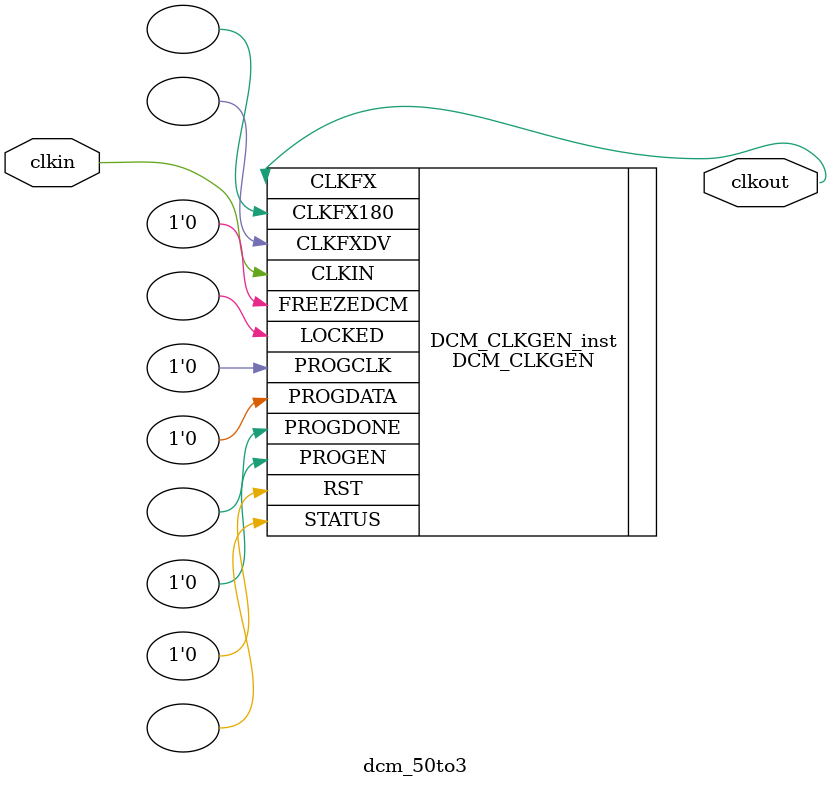
<source format=v>
`timescale 1ns / 1ps
module dcm_50to3 (
    input clkin,
    output clkout
    );

   // DCM_CLKGEN: Frequency Aligned Digital Clock Manager
   //             Spartan-6
   // Xilinx HDL Language Template, version 14.7

   DCM_CLKGEN #(
      .CLKFXDV_DIVIDE(2),       // CLKFXDV divide value (2, 4, 8, 16, 32)
      .CLKFX_DIVIDE(50),        // Divide value - D - (1-256)
      .CLKFX_MD_MAX(0.0),       // Specify maximum M/D ratio for timing anlysis
      .CLKFX_MULTIPLY(3),       // Multiply value - M - (2-256)
      .CLKIN_PERIOD(20.0),      // Input clock period specified in nS
      .SPREAD_SPECTRUM("NONE"), // Spread Spectrum mode "NONE", "CENTER_LOW_SPREAD", "CENTER_HIGH_SPREAD",
                                // "VIDEO_LINK_M0", "VIDEO_LINK_M1" or "VIDEO_LINK_M2" 
      .STARTUP_WAIT("FALSE")    // Delay config DONE until DCM_CLKGEN LOCKED (TRUE/FALSE)
   )
   DCM_CLKGEN_inst (
      .CLKFX(clkout),        // 1-bit output: Generated clock output
      .CLKFX180(),           // 1-bit output: Generated clock output 180 degree out of phase from CLKFX.
      .CLKFXDV(),            // 1-bit output: Divided clock output
      .LOCKED(),             // 1-bit output: Locked output
      .PROGDONE(),           // 1-bit output: Active high output to indicate the successful re-programming
      .STATUS(),             // 2-bit output: DCM_CLKGEN status
      .CLKIN(clkin),         // 1-bit input: Input clock
      .FREEZEDCM(1'b0),      // 1-bit input: Prevents frequency adjustments to input clock
      .PROGCLK(1'b0),        // 1-bit input: Clock input for M/D reconfiguration
      .PROGDATA(1'b0),       // 1-bit input: Serial data input for M/D reconfiguration
      .PROGEN(1'b0),         // 1-bit input: Active high program enable
      .RST(1'b0)             // 1-bit input: Reset input pin
   );

endmodule

</source>
